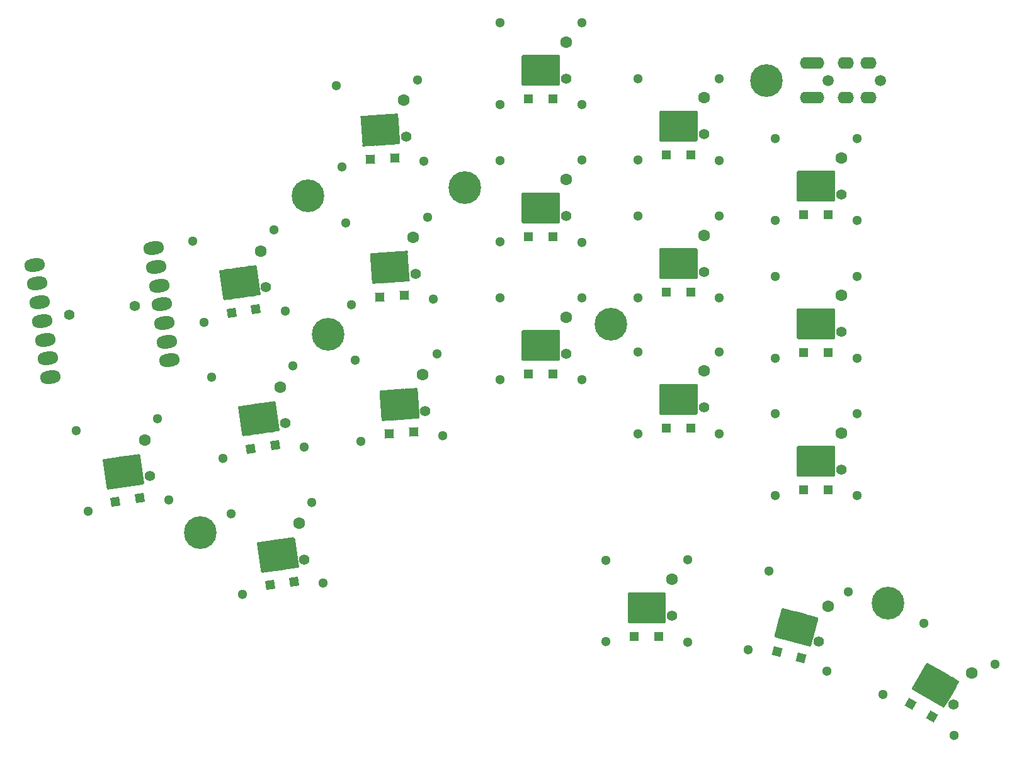
<source format=gts>
G04 #@! TF.GenerationSoftware,KiCad,Pcbnew,(6.0.7-1)-1*
G04 #@! TF.CreationDate,2022-12-29T15:50:44-05:00*
G04 #@! TF.ProjectId,musubi,6d757375-6269-42e6-9b69-6361645f7063,rev?*
G04 #@! TF.SameCoordinates,Original*
G04 #@! TF.FileFunction,Soldermask,Top*
G04 #@! TF.FilePolarity,Negative*
%FSLAX46Y46*%
G04 Gerber Fmt 4.6, Leading zero omitted, Abs format (unit mm)*
G04 Created by KiCad (PCBNEW (6.0.7-1)-1) date 2022-12-29 15:50:44*
%MOMM*%
%LPD*%
G01*
G04 APERTURE LIST*
G04 Aperture macros list*
%AMHorizOval*
0 Thick line with rounded ends*
0 $1 width*
0 $2 $3 position (X,Y) of the first rounded end (center of the circle)*
0 $4 $5 position (X,Y) of the second rounded end (center of the circle)*
0 Add line between two ends*
20,1,$1,$2,$3,$4,$5,0*
0 Add two circle primitives to create the rounded ends*
1,1,$1,$2,$3*
1,1,$1,$4,$5*%
%AMRotRect*
0 Rectangle, with rotation*
0 The origin of the aperture is its center*
0 $1 length*
0 $2 width*
0 $3 Rotation angle, in degrees counterclockwise*
0 Add horizontal line*
21,1,$1,$2,0,0,$3*%
G04 Aperture macros list end*
%ADD10R,1.200000X1.200000*%
%ADD11O,0.300000X4.100000*%
%ADD12C,1.300000*%
%ADD13O,5.100000X0.300000*%
%ADD14O,2.000000X4.100000*%
%ADD15O,5.100000X4.100000*%
%ADD16C,1.600000*%
%ADD17C,1.400000*%
%ADD18RotRect,1.200000X1.200000X184.000000*%
%ADD19C,1.500000*%
%ADD20O,2.200000X1.600000*%
%ADD21HorizOval,0.300000X2.376643X0.334015X-2.376643X-0.334015X0*%
%ADD22HorizOval,0.300000X-0.264429X1.881509X0.264429X-1.881509X0*%
%ADD23HorizOval,4.100000X0.495134X0.069587X-0.495134X-0.069587X0*%
%ADD24HorizOval,2.000000X-0.146132X1.039781X0.146132X-1.039781X0*%
%ADD25RotRect,1.200000X1.200000X188.000000*%
%ADD26C,4.400000*%
%ADD27C,2.600000*%
%ADD28HorizOval,0.300000X2.394154X0.167416X-2.394154X-0.167416X0*%
%ADD29HorizOval,0.300000X-0.132537X1.895372X0.132537X-1.895372X0*%
%ADD30HorizOval,2.000000X-0.073244X1.047442X0.073244X-1.047442X0*%
%ADD31HorizOval,4.100000X0.498782X0.034878X-0.498782X-0.034878X0*%
%ADD32HorizOval,2.000000X-0.525000X-0.909327X0.525000X0.909327X0*%
%ADD33HorizOval,0.300000X2.078461X-1.200000X-2.078461X1.200000X0*%
%ADD34HorizOval,4.100000X0.433013X-0.250000X-0.433013X0.250000X0*%
%ADD35HorizOval,0.300000X-0.950000X-1.645448X0.950000X1.645448X0*%
%ADD36HorizOval,1.800000X0.470377X0.066107X-0.470377X-0.066107X0*%
%ADD37HorizOval,1.800000X-0.470377X-0.066107X0.470377X0.066107X0*%
%ADD38C,1.397000*%
%ADD39RotRect,1.200000X1.200000X165.000000*%
%ADD40RotRect,1.200000X1.200000X150.000000*%
%ADD41HorizOval,0.300000X2.318222X-0.621166X-2.318222X0.621166X0*%
%ADD42HorizOval,4.100000X0.482963X-0.129410X-0.482963X0.129410X0*%
%ADD43HorizOval,0.300000X-0.491756X-1.835259X0.491756X1.835259X0*%
%ADD44HorizOval,2.000000X-0.271760X-1.014222X0.271760X1.014222X0*%
G04 APERTURE END LIST*
D10*
X156518354Y-97992001D03*
X153218354Y-97992001D03*
D11*
X157268354Y-57392159D03*
D12*
X160368346Y-62004331D03*
D13*
X154868354Y-59304495D03*
D12*
X149368362Y-61991995D03*
D14*
X156418354Y-57392159D03*
X156418354Y-57404495D03*
D15*
X154868354Y-57404495D03*
D14*
X153318354Y-57392159D03*
D15*
X154868354Y-57392159D03*
D12*
X149368346Y-51004331D03*
D13*
X154868354Y-55492159D03*
X154868354Y-55504495D03*
D11*
X152468354Y-57392159D03*
D14*
X153318354Y-57404495D03*
D13*
X154868354Y-59292159D03*
D11*
X157268354Y-57404495D03*
X152468354Y-57404495D03*
D12*
X160368362Y-50991995D03*
D16*
X158268362Y-53591995D03*
D17*
X158268362Y-58491995D03*
D18*
X119266958Y-98563325D03*
X115974996Y-98793521D03*
D10*
X137995055Y-53741968D03*
X134695055Y-53741968D03*
D19*
X174986206Y-51241997D03*
X181986206Y-51241997D03*
D20*
X172286206Y-48941997D03*
X172286206Y-53541997D03*
X173386206Y-48941997D03*
X173386206Y-53541997D03*
X177386206Y-53541997D03*
X177386206Y-48941997D03*
X180386206Y-53541997D03*
X180386206Y-48941997D03*
D10*
X174994979Y-69341961D03*
X171694979Y-69341961D03*
D13*
X150591715Y-120255944D03*
D14*
X152141715Y-122168280D03*
D12*
X145091723Y-126755780D03*
D15*
X150591715Y-122155944D03*
D11*
X148191715Y-122168280D03*
X152991715Y-122168280D03*
X148191715Y-122155944D03*
X152991715Y-122155944D03*
D12*
X156091723Y-115755780D03*
D13*
X150591715Y-124068280D03*
D14*
X149041715Y-122155944D03*
D15*
X150591715Y-122168280D03*
D14*
X152141715Y-122155944D03*
D12*
X145091707Y-115768116D03*
X156091707Y-126768116D03*
D13*
X150591715Y-124055944D03*
D14*
X149041715Y-122168280D03*
D13*
X150591715Y-120268280D03*
D16*
X153991723Y-118355780D03*
D17*
X153991723Y-123255780D03*
D21*
X101287511Y-116961180D03*
D22*
X98648155Y-115425902D03*
D12*
X107111438Y-118881506D03*
D23*
X101024798Y-115091887D03*
D24*
X102557997Y-114863952D03*
D12*
X96216789Y-120400192D03*
D24*
X99489883Y-115307605D03*
D22*
X103401442Y-114757871D03*
D21*
X101289227Y-116973396D03*
D24*
X102559714Y-114876168D03*
D21*
X100758653Y-113198161D03*
D12*
X105578833Y-107976339D03*
D23*
X101023082Y-115079671D03*
D21*
X100760370Y-113210377D03*
D22*
X103399725Y-114745655D03*
D12*
X94687585Y-109519462D03*
D22*
X98646438Y-115413686D03*
D24*
X99488166Y-115295389D03*
D16*
X103861120Y-110843300D03*
D17*
X104543069Y-115695613D03*
D25*
X103192815Y-118662399D03*
X99924931Y-119121671D03*
D10*
X174994977Y-87841952D03*
X171694977Y-87841952D03*
D26*
X90544301Y-112068688D03*
D27*
X90544301Y-112068688D03*
D28*
X117484969Y-96733322D03*
D29*
X119747446Y-94682841D03*
D12*
X112186705Y-99810241D03*
D28*
X117220754Y-92954885D03*
D30*
X118899516Y-94742134D03*
D28*
X117485829Y-96745628D03*
D12*
X111420229Y-88849344D03*
D30*
X118898656Y-94729828D03*
D29*
X119746585Y-94670535D03*
X114959138Y-95017672D03*
D12*
X123160754Y-99055227D03*
D31*
X117352431Y-94837950D03*
D30*
X115807068Y-94958379D03*
D12*
X122392589Y-88069716D03*
D29*
X114958278Y-95005366D03*
D31*
X117353292Y-94850256D03*
D28*
X117219894Y-92942579D03*
D30*
X115806207Y-94946073D03*
D16*
X120479071Y-90809871D03*
D17*
X120820878Y-95697935D03*
D32*
X188081210Y-131798140D03*
D33*
X188479717Y-134207905D03*
D34*
X189423549Y-132573140D03*
D33*
X190373549Y-130927692D03*
D32*
X188087378Y-131787457D03*
D35*
X187345088Y-131373140D03*
D33*
X188473549Y-134218588D03*
D12*
X197392946Y-129769756D03*
D34*
X189429717Y-132562457D03*
D35*
X191502010Y-133773140D03*
X187351256Y-131362457D03*
D32*
X190772056Y-133337457D03*
D12*
X187860484Y-124280432D03*
D32*
X190765888Y-133348140D03*
D12*
X182366666Y-133796036D03*
D35*
X191508178Y-133762457D03*
D33*
X190379717Y-130917009D03*
D12*
X191886764Y-139306711D03*
D16*
X194274292Y-130971422D03*
D17*
X191824292Y-135214947D03*
D24*
X81796896Y-103661716D03*
D21*
X79997552Y-101995925D03*
D12*
X84817732Y-96774103D03*
D22*
X82638624Y-103543419D03*
D12*
X73926484Y-98317226D03*
D22*
X77885337Y-104211450D03*
D12*
X86350337Y-107679270D03*
D21*
X80526410Y-105758944D03*
D22*
X82640341Y-103555635D03*
D23*
X80263697Y-103889651D03*
D21*
X80528126Y-105771160D03*
D24*
X81798613Y-103673932D03*
D23*
X80261981Y-103877435D03*
D24*
X78728782Y-104105369D03*
D22*
X77887054Y-104223666D03*
D24*
X78727065Y-104093153D03*
D12*
X75455688Y-109197956D03*
D21*
X79999269Y-102008141D03*
D16*
X83100019Y-99641064D03*
D17*
X83781968Y-104493377D03*
D27*
X166673711Y-51242001D03*
D26*
X166673711Y-51242001D03*
X105044296Y-66818696D03*
D27*
X105044296Y-66818696D03*
D26*
X145794299Y-84068691D03*
X107717509Y-85398361D03*
X126091069Y-65695131D03*
D14*
X171794975Y-102479779D03*
D13*
X173344975Y-104392115D03*
D11*
X170944975Y-102492115D03*
D12*
X178844983Y-96079615D03*
D11*
X175744975Y-102492115D03*
D13*
X173344975Y-100592115D03*
D11*
X175744975Y-102479779D03*
D15*
X173344975Y-102492115D03*
X173344975Y-102479779D03*
D13*
X173344975Y-104379779D03*
D12*
X167844967Y-96091951D03*
D14*
X174894975Y-102492115D03*
D12*
X178844967Y-107091951D03*
D11*
X170944975Y-102479779D03*
D12*
X167844983Y-107079615D03*
D13*
X173344975Y-100579779D03*
D14*
X174894975Y-102479779D03*
X171794975Y-102492115D03*
D16*
X176744983Y-98679615D03*
D17*
X176744983Y-103579615D03*
D10*
X138000019Y-90741977D03*
X134700019Y-90741977D03*
D18*
X116687190Y-61670736D03*
X113395228Y-61900932D03*
D13*
X136345054Y-48004482D03*
X136345054Y-47992146D03*
X136345054Y-51792146D03*
D12*
X130845046Y-43504318D03*
D14*
X134795054Y-49904482D03*
D13*
X136345054Y-51804482D03*
D14*
X137895054Y-49904482D03*
D15*
X136345054Y-49904482D03*
D11*
X133945054Y-49892146D03*
X133945054Y-49904482D03*
D12*
X130845062Y-54491982D03*
D11*
X138745054Y-49904482D03*
D15*
X136345054Y-49892146D03*
D14*
X137895054Y-49892146D03*
D12*
X141845046Y-54504318D03*
D11*
X138745054Y-49892146D03*
D14*
X134795054Y-49892146D03*
D12*
X141845062Y-43491982D03*
D16*
X139745062Y-46091982D03*
D17*
X139745062Y-50991982D03*
D21*
X98712118Y-98636266D03*
D23*
X98447689Y-96754757D03*
D21*
X98713834Y-98648482D03*
D24*
X99982604Y-96539038D03*
D22*
X96072762Y-97100988D03*
D23*
X98449405Y-96766973D03*
D22*
X100826049Y-96432957D03*
D21*
X98183260Y-94873247D03*
D24*
X96914490Y-96982691D03*
D21*
X98184977Y-94885463D03*
D12*
X92112192Y-91194548D03*
X104536045Y-100556592D03*
D22*
X96071045Y-97088772D03*
D12*
X93641396Y-102075278D03*
D24*
X96912773Y-96970475D03*
D22*
X100824332Y-96420741D03*
D24*
X99984321Y-96551254D03*
D12*
X103003440Y-89651425D03*
D16*
X101285727Y-92518386D03*
D17*
X101967676Y-97370699D03*
D13*
X136345030Y-66492132D03*
D15*
X136345030Y-68404468D03*
D14*
X137895030Y-68392132D03*
D13*
X136345030Y-70292132D03*
D14*
X134795030Y-68404468D03*
D11*
X138745030Y-68404468D03*
D14*
X134795030Y-68392132D03*
D13*
X136345030Y-70304468D03*
D15*
X136345030Y-68392132D03*
D12*
X141845038Y-61991968D03*
X141845022Y-73004304D03*
D11*
X138745030Y-68392132D03*
D14*
X137895030Y-68404468D03*
D12*
X130845022Y-62004304D03*
D11*
X133945030Y-68392132D03*
D13*
X136345030Y-66504468D03*
D12*
X130845038Y-72991968D03*
D11*
X133945030Y-68404468D03*
D16*
X139745038Y-64591968D03*
D17*
X139745038Y-69491968D03*
D36*
X68291633Y-76072762D03*
X68645133Y-78588043D03*
X68998633Y-81103324D03*
X69352132Y-83618605D03*
X69705632Y-86133886D03*
X70059132Y-88649167D03*
X70412631Y-91164448D03*
D37*
X86445071Y-88911236D03*
X86091571Y-86395955D03*
X85738071Y-83880674D03*
X85384572Y-81365393D03*
X85031072Y-78850112D03*
X84677572Y-76334831D03*
X84324073Y-73819550D03*
D38*
X72922493Y-82796708D03*
X81721720Y-81560058D03*
D10*
X174994972Y-106341952D03*
X171694972Y-106341952D03*
X156518351Y-79741990D03*
X153218351Y-79741990D03*
D39*
X171311027Y-128919012D03*
X168123471Y-128064910D03*
D13*
X173344980Y-85904452D03*
D12*
X178844988Y-77591952D03*
D15*
X173344980Y-83992116D03*
D11*
X175744980Y-83992116D03*
X170944980Y-83992116D03*
D13*
X173344980Y-82104452D03*
D14*
X171794980Y-83992116D03*
D11*
X170944980Y-84004452D03*
D14*
X174894980Y-84004452D03*
D12*
X167844988Y-88591952D03*
X178844972Y-88604288D03*
D11*
X175744980Y-84004452D03*
D12*
X167844972Y-77604288D03*
D13*
X173344980Y-82092116D03*
D14*
X171794980Y-84004452D03*
X174894980Y-83992116D03*
D15*
X173344980Y-84004452D03*
D13*
X173344980Y-85892116D03*
D16*
X176744988Y-80191952D03*
D17*
X176744988Y-85091952D03*
D25*
X98047575Y-82052032D03*
X94779691Y-82511304D03*
D12*
X167844986Y-70091951D03*
X178844970Y-70104287D03*
D14*
X174894978Y-65504451D03*
D15*
X173344978Y-65504451D03*
X173344978Y-65492115D03*
D14*
X174894978Y-65492115D03*
D11*
X175744978Y-65492115D03*
D14*
X171794978Y-65504451D03*
D12*
X167844970Y-59104287D03*
X178844986Y-59091951D03*
D13*
X173344978Y-67404451D03*
D11*
X175744978Y-65504451D03*
D13*
X173344978Y-63604451D03*
X173344978Y-63592115D03*
D11*
X170944978Y-65504451D03*
D14*
X171794978Y-65492115D03*
D11*
X170944978Y-65492115D03*
D13*
X173344978Y-67392115D03*
D16*
X176744986Y-61691951D03*
D17*
X176744986Y-66591951D03*
D12*
X91069838Y-83777602D03*
D24*
X97412763Y-78253578D03*
D22*
X93501204Y-78803312D03*
D21*
X96140560Y-80338590D03*
D12*
X101964487Y-82258916D03*
D21*
X95611702Y-76575571D03*
D22*
X98254491Y-78135281D03*
X93499487Y-78791096D03*
D24*
X97411046Y-78241362D03*
D23*
X95876131Y-78457081D03*
D21*
X96142276Y-80350806D03*
D12*
X100431882Y-71353749D03*
D21*
X95613419Y-76587787D03*
D12*
X89540634Y-72896872D03*
D24*
X94342932Y-78685015D03*
X94341215Y-78672799D03*
D23*
X95877847Y-78469297D03*
D22*
X98252774Y-78123065D03*
D16*
X98714169Y-74220710D03*
D17*
X99396118Y-79073023D03*
D18*
X117978899Y-80143123D03*
X114686937Y-80373319D03*
D13*
X154868350Y-74004499D03*
D14*
X156418350Y-75892163D03*
X153318350Y-75892163D03*
D13*
X154868350Y-73992163D03*
D12*
X149368342Y-69504335D03*
D13*
X154868350Y-77792163D03*
D12*
X160368342Y-80504335D03*
D11*
X152468350Y-75892163D03*
D14*
X156418350Y-75904499D03*
X153318350Y-75904499D03*
D12*
X149368358Y-80491999D03*
D11*
X157268350Y-75904499D03*
D12*
X160368358Y-69491999D03*
D11*
X157268350Y-75892163D03*
D15*
X154868350Y-75904499D03*
D11*
X152468350Y-75904499D03*
D15*
X154868350Y-75892163D03*
D13*
X154868350Y-77804499D03*
D16*
X158268358Y-72091999D03*
D17*
X158268358Y-76991999D03*
D10*
X152241715Y-126005779D03*
X148941715Y-126005779D03*
D40*
X188919518Y-136755632D03*
X186061634Y-135105632D03*
D10*
X156518352Y-61241986D03*
X153218352Y-61241986D03*
D11*
X152468352Y-94154490D03*
X152468352Y-94142154D03*
D13*
X154868352Y-92254490D03*
D14*
X153318352Y-94142154D03*
D15*
X154868352Y-94142154D03*
D12*
X160368344Y-98754326D03*
D14*
X153318352Y-94154490D03*
D15*
X154868352Y-94154490D03*
D12*
X160368360Y-87741990D03*
D14*
X156418352Y-94154490D03*
D11*
X157268352Y-94154490D03*
D13*
X154868352Y-96042154D03*
D12*
X149368344Y-87754326D03*
D13*
X154868352Y-92242154D03*
D14*
X156418352Y-94142154D03*
D13*
X154868352Y-96054490D03*
D12*
X149368360Y-98741990D03*
D11*
X157268352Y-94142154D03*
D16*
X158268360Y-90341990D03*
D17*
X158268360Y-95241990D03*
D25*
X100617422Y-100337502D03*
X97349538Y-100796774D03*
D14*
X137895021Y-86904473D03*
D11*
X133945021Y-86892137D03*
D14*
X134795021Y-86892137D03*
D12*
X130845029Y-91491973D03*
D13*
X136345021Y-84992137D03*
D12*
X130845013Y-80504309D03*
D13*
X136345021Y-88804473D03*
D14*
X134795021Y-86904473D03*
D11*
X138745021Y-86904473D03*
D13*
X136345021Y-88792137D03*
D14*
X137895021Y-86892137D03*
D12*
X141845013Y-91504309D03*
D11*
X133945021Y-86904473D03*
D13*
X136345021Y-85004473D03*
D11*
X138745021Y-86892137D03*
D12*
X141845029Y-80491973D03*
D15*
X136345021Y-86904473D03*
X136345021Y-86892137D03*
D16*
X139745029Y-83091973D03*
D17*
X139745029Y-87991973D03*
D29*
X118458525Y-76250347D03*
D12*
X110132169Y-70429156D03*
D30*
X117610596Y-76309640D03*
D12*
X121104529Y-69649528D03*
D31*
X116065232Y-76430068D03*
X116064371Y-76417762D03*
D30*
X114518147Y-76525885D03*
D29*
X113671078Y-76597484D03*
D30*
X114519008Y-76538191D03*
D12*
X110898645Y-81390053D03*
D28*
X116197769Y-78325440D03*
D12*
X121872694Y-80635039D03*
D29*
X113670218Y-76585178D03*
X118459386Y-76262653D03*
D28*
X116196909Y-78313134D03*
X115931834Y-74522391D03*
X115932694Y-74534697D03*
D30*
X117611456Y-76321946D03*
D16*
X119191011Y-72389683D03*
D17*
X119532818Y-77277747D03*
D10*
X137995033Y-72241982D03*
X134695033Y-72241982D03*
D41*
X170203871Y-126637928D03*
X171184191Y-122979325D03*
D42*
X170692435Y-124814584D03*
D43*
X168374213Y-124193419D03*
D41*
X170200678Y-126649843D03*
D12*
X167036319Y-117208994D03*
X174814494Y-130681187D03*
X177664712Y-120044092D03*
X164192518Y-127822266D03*
D42*
X170695627Y-124802669D03*
D41*
X171187384Y-122967410D03*
D43*
X168377405Y-124181503D03*
D44*
X172192812Y-125203838D03*
X172189620Y-125215754D03*
D43*
X173010657Y-125435750D03*
X173013849Y-125423834D03*
D44*
X169195250Y-124413415D03*
X169198442Y-124401499D03*
D16*
X174963338Y-122011979D03*
D17*
X173695124Y-126745015D03*
D26*
X183044297Y-121568690D03*
D27*
X183044297Y-121568690D03*
D25*
X82431713Y-107460173D03*
X79163829Y-107919445D03*
D28*
X114640979Y-56062320D03*
D12*
X119812814Y-51177151D03*
D29*
X112379363Y-58125107D03*
X117166810Y-57777970D03*
D12*
X108840454Y-51956779D03*
D29*
X112378503Y-58112801D03*
D28*
X114640119Y-56050014D03*
X114906054Y-59853063D03*
D30*
X116318881Y-57837263D03*
X116319741Y-57849569D03*
D29*
X117167671Y-57790276D03*
D31*
X114772656Y-57945385D03*
D28*
X114905194Y-59840757D03*
D31*
X114773517Y-57957691D03*
D12*
X109606930Y-62917676D03*
D30*
X113227293Y-58065814D03*
X113226432Y-58053508D03*
D12*
X120580979Y-62162662D03*
D16*
X117899296Y-53917306D03*
D17*
X118241103Y-58805370D03*
M02*

</source>
